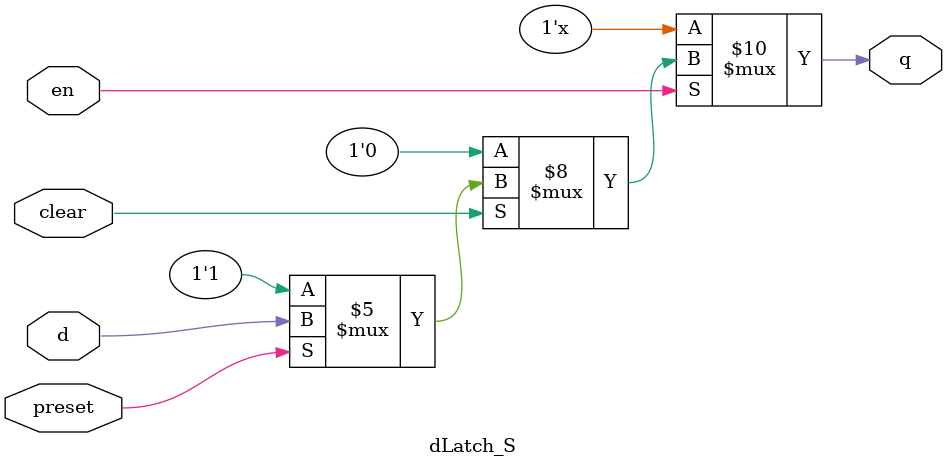
<source format=v>
module dLatch_S(input d,en,preset,clear,output reg q);
always@(*)
begin
if(en)
begin
if(~clear)
q<=0;
else if(~preset)
q<=1;
else
q<=d;
end
end
endmodule

</source>
